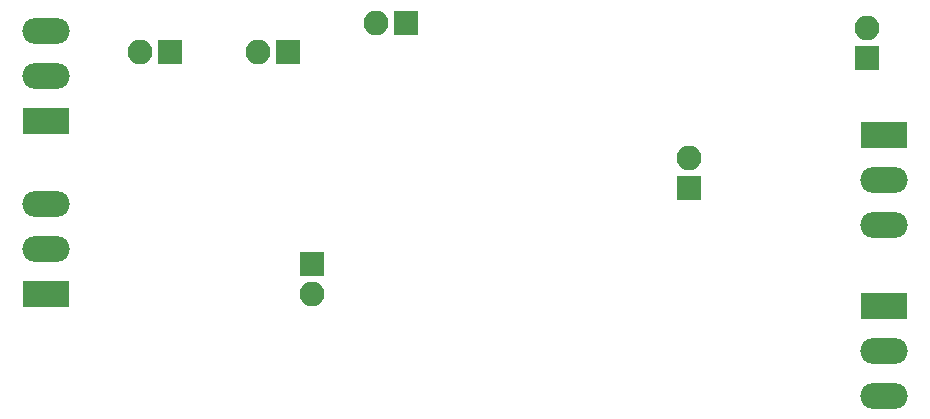
<source format=gbr>
G04 #@! TF.GenerationSoftware,KiCad,Pcbnew,(5.0.0)*
G04 #@! TF.CreationDate,2019-09-20T20:16:55+02:00*
G04 #@! TF.ProjectId,opampprotopcb,6F70616D7070726F746F7063622E6B69,rev?*
G04 #@! TF.SameCoordinates,Original*
G04 #@! TF.FileFunction,Soldermask,Bot*
G04 #@! TF.FilePolarity,Negative*
%FSLAX46Y46*%
G04 Gerber Fmt 4.6, Leading zero omitted, Abs format (unit mm)*
G04 Created by KiCad (PCBNEW (5.0.0)) date 09/20/19 20:16:55*
%MOMM*%
%LPD*%
G01*
G04 APERTURE LIST*
%ADD10R,4.000000X2.200000*%
%ADD11O,4.000000X2.200000*%
%ADD12R,2.100000X2.100000*%
%ADD13O,2.100000X2.100000*%
G04 APERTURE END LIST*
D10*
G04 #@! TO.C,J1*
X91000000Y-51000000D03*
D11*
X91000000Y-54810000D03*
X91000000Y-58620000D03*
G04 #@! TD*
D10*
G04 #@! TO.C,J2*
X20000000Y-50000000D03*
D11*
X20000000Y-46190000D03*
X20000000Y-42380000D03*
G04 #@! TD*
G04 #@! TO.C,J3*
X20000000Y-27690000D03*
X20000000Y-31500000D03*
D10*
X20000000Y-35310000D03*
G04 #@! TD*
D12*
G04 #@! TO.C,J4*
X30500000Y-29500000D03*
D13*
X27960000Y-29500000D03*
G04 #@! TD*
D12*
G04 #@! TO.C,J5*
X42500000Y-47460000D03*
D13*
X42500000Y-50000000D03*
G04 #@! TD*
D12*
G04 #@! TO.C,J6*
X40500000Y-29500000D03*
D13*
X37960000Y-29500000D03*
G04 #@! TD*
G04 #@! TO.C,J7*
X47960000Y-27000000D03*
D12*
X50500000Y-27000000D03*
G04 #@! TD*
G04 #@! TO.C,J8*
X74500000Y-41000000D03*
D13*
X74500000Y-38460000D03*
G04 #@! TD*
D11*
G04 #@! TO.C,J9*
X91000000Y-44120000D03*
X91000000Y-40310000D03*
D10*
X91000000Y-36500000D03*
G04 #@! TD*
D13*
G04 #@! TO.C,J10*
X89500000Y-27460000D03*
D12*
X89500000Y-30000000D03*
G04 #@! TD*
M02*

</source>
